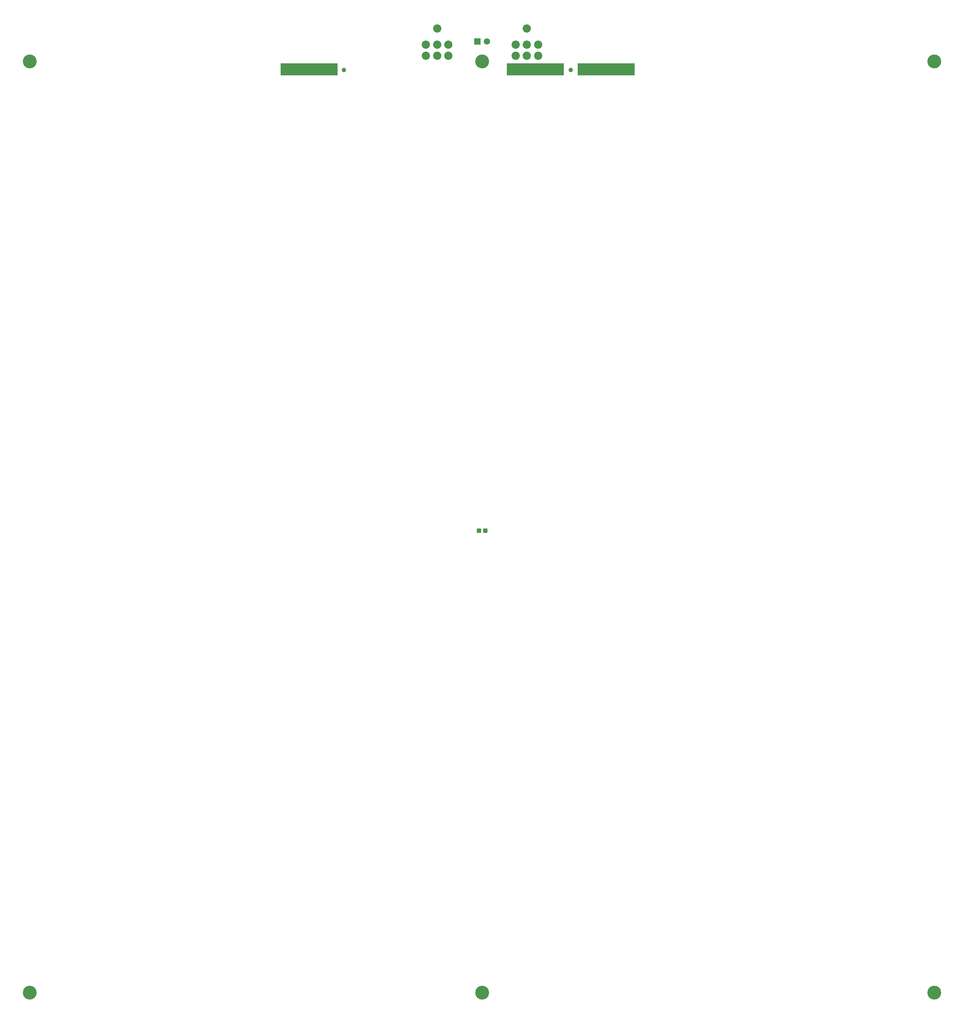
<source format=gts>
G04 Layer_Color=8388736*
%FSLAX44Y44*%
%MOMM*%
G71*
G01*
G75*
G04:AMPARAMS|DCode=35|XSize=1.2032mm|YSize=1.1032mm|CornerRadius=0.2141mm|HoleSize=0mm|Usage=FLASHONLY|Rotation=90.000|XOffset=0mm|YOffset=0mm|HoleType=Round|Shape=RoundedRectangle|*
%AMROUNDEDRECTD35*
21,1,1.2032,0.6750,0,0,90.0*
21,1,0.7750,1.1032,0,0,90.0*
1,1,0.4282,0.3375,0.3875*
1,1,0.4282,0.3375,-0.3875*
1,1,0.4282,-0.3375,-0.3875*
1,1,0.4282,-0.3375,0.3875*
%
%ADD35ROUNDEDRECTD35*%
%ADD36C,3.7032*%
%ADD37C,2.2032*%
%ADD38C,1.2032*%
%ADD39R,1.7032X1.7032*%
%ADD40C,1.7032*%
%ADD41R,15.2032X3.2032*%
D35*
X1266500Y1275000D02*
D03*
X1283500D02*
D03*
D36*
X65000Y2530000D02*
D03*
X1275000D02*
D03*
X65000Y40000D02*
D03*
X1275000Y40000D02*
D03*
X2485000Y40000D02*
D03*
Y2530001D02*
D03*
D37*
X1365000Y2575001D02*
D03*
X1395000D02*
D03*
X1425000D02*
D03*
X1365000Y2545001D02*
D03*
X1395000D02*
D03*
X1425000D02*
D03*
X1395000Y2618201D02*
D03*
X1125000Y2575001D02*
D03*
X1155000D02*
D03*
X1185000D02*
D03*
X1125000Y2545001D02*
D03*
X1155000D02*
D03*
X1185000D02*
D03*
X1155000Y2618201D02*
D03*
D38*
X905000Y2507500D02*
D03*
X1512500D02*
D03*
D39*
X1262300Y2583101D02*
D03*
D40*
X1287700D02*
D03*
D41*
X1607500Y2508750D02*
D03*
X1417500D02*
D03*
X812500D02*
D03*
M02*

</source>
